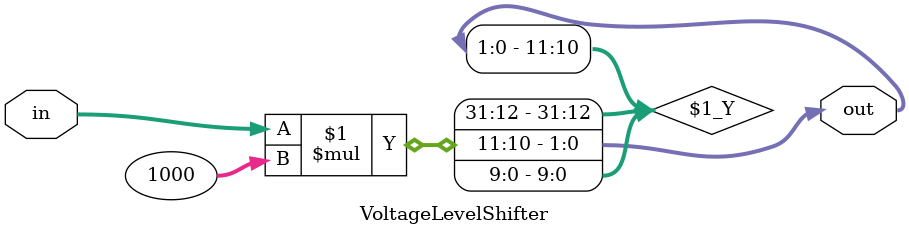
<source format=v>

module VoltageLevelShifter #(
  parameter n = 4, // number of input signals 
  parameter m = 2 // number of output signal
) (
  input [n-1:0] in,
  output [m-1:0] out
);


parameter V1 = 3.3; // input voltage level
parameter V2 = 5; // output voltage level

// calculate R1 based on input parameters
parameter R2 = 1000; // choose a value for R2
parameter R1 = (V2 - V1) / (V1 / R2);

// fixed implementation to avoid division
assign out = (in * R2) >> 10; // equivalent to out = (in * R2) / (R1 + R2)

endmodule
</source>
